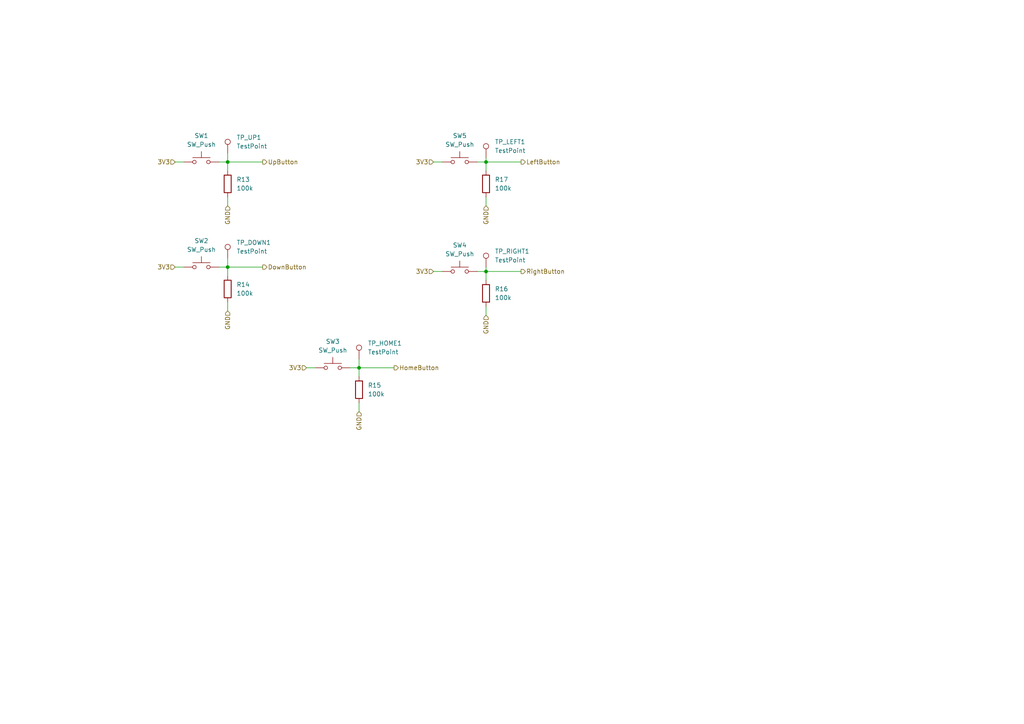
<source format=kicad_sch>
(kicad_sch (version 20250114) (generator "eeschema") (generator_version "9.0")
  (paper "A4")
  (lib_symbols
    (symbol "Connector:TestPoint" (pin_numbers (hide yes)) (pin_names (offset 0.762) (hide yes))
      (property "Reference" "TP" (at 0 6.858 0))
      (property "Value" "TestPoint" (at 0 5.08 0))
      (symbol "TestPoint_0_1"
        (circle (center 0 3.302) (radius 0.762))
      )
      (symbol "TestPoint_1_1"
        (pin passive line (at 0 0 90) (length 2.54) (name "1") (number "1"))
      )
    )
    (symbol "Device:R" (pin_numbers (hide yes)) (pin_names (offset 0))
      (property "Reference" "R" (at 2.032 0 90))
      (property "Value" "R" (at 0 0 90))
      (symbol "R_0_1"
        (rectangle (start -1.016 -2.54) (end 1.016 2.54) (stroke (width 0.254)))
      )
      (symbol "R_1_1"
        (pin passive line (at 0 3.81 270) (length 1.27) (name "~") (number "1"))
        (pin passive line (at 0 -3.81 90) (length 1.27) (name "~") (number "2"))
      )
    )
    (symbol "Switch:SW_Push" (pin_numbers (hide yes)) (pin_names (offset 1.016) (hide yes))
      (property "Reference" "SW" (at 1.27 2.54 0))
      (property "Value" "SW_Push" (at 0 -1.524 0))
      (symbol "SW_Push_0_1"
        (circle (center -2.032 0) (radius 0.508))
        (polyline (pts (xy 0 1.27) (xy 0 3.048)))
        (circle (center 2.032 0) (radius 0.508))
        (polyline (pts (xy 2.54 1.27) (xy -2.54 1.27)))
        (pin passive line (at -5.08 0 0) (length 2.54) (name "1") (number "1"))
        (pin passive line (at 5.08 0 180) (length 2.54) (name "2") (number "2"))
      )
    )
  )
  (junction (at 66.04 77.47))
  (junction (at 140.97 78.74))
  (junction (at 140.97 46.99))
  (junction (at 66.04 46.99))
  (junction (at 104.14 106.68))
  (wire (pts (xy 53.34 77.47) (xy 50.8 77.47)))
  (wire (pts (xy 66.04 77.47) (xy 66.04 80.01)))
  (wire (pts (xy 66.04 57.15) (xy 66.04 59.69)))
  (wire (pts (xy 76.2 46.99) (xy 66.04 46.99)))
  (wire (pts (xy 138.43 78.74) (xy 140.97 78.74)))
  (wire (pts (xy 104.14 104.14) (xy 104.14 106.68)))
  (wire (pts (xy 140.97 77.47) (xy 140.97 78.74)))
  (wire (pts (xy 66.04 49.53) (xy 66.04 46.99)))
  (wire (pts (xy 140.97 88.9) (xy 140.97 91.44)))
  (wire (pts (xy 66.04 46.99) (xy 63.5 46.99)))
  (wire (pts (xy 140.97 78.74) (xy 140.97 81.28)))
  (wire (pts (xy 128.27 78.74) (xy 125.73 78.74)))
  (wire (pts (xy 63.5 77.47) (xy 66.04 77.47)))
  (wire (pts (xy 140.97 57.15) (xy 140.97 59.69)))
  (wire (pts (xy 138.43 46.99) (xy 140.97 46.99)))
  (wire (pts (xy 151.13 78.74) (xy 140.97 78.74)))
  (wire (pts (xy 104.14 116.84) (xy 104.14 119.38)))
  (wire (pts (xy 88.9 106.68) (xy 91.44 106.68)))
  (wire (pts (xy 101.6 106.68) (xy 104.14 106.68)))
  (wire (pts (xy 66.04 77.47) (xy 76.2 77.47)))
  (wire (pts (xy 104.14 106.68) (xy 104.14 109.22)))
  (wire (pts (xy 53.34 46.99) (xy 50.8 46.99)))
  (wire (pts (xy 104.14 106.68) (xy 114.3 106.68)))
  (wire (pts (xy 128.27 46.99) (xy 125.73 46.99)))
  (wire (pts (xy 140.97 45.72) (xy 140.97 46.99)))
  (wire (pts (xy 66.04 44.45) (xy 66.04 46.99)))
  (wire (pts (xy 66.04 74.93) (xy 66.04 77.47)))
  (wire (pts (xy 66.04 87.63) (xy 66.04 90.17)))
  (wire (pts (xy 151.13 46.99) (xy 140.97 46.99)))
  (wire (pts (xy 140.97 46.99) (xy 140.97 49.53)))
  (hierarchical_label "GND" (shape input) (at 140.97 59.69 270))
  (hierarchical_label "GND" (shape input) (at 66.04 90.17 270))
  (hierarchical_label "3V3" (shape input) (at 125.73 46.99 180))
  (hierarchical_label "DownButton" (shape output) (at 76.2 77.47 0))
  (hierarchical_label "HomeButton" (shape output) (at 114.3 106.68 0))
  (hierarchical_label "LeftButton" (shape output) (at 151.13 46.99 0))
  (hierarchical_label "3V3" (shape input) (at 50.8 46.99 180))
  (hierarchical_label "UpButton" (shape output) (at 76.2 46.99 0))
  (hierarchical_label "3V3" (shape input) (at 125.73 78.74 180))
  (hierarchical_label "3V3" (shape input) (at 50.8 77.47 180))
  (hierarchical_label "GND" (shape input) (at 104.14 119.38 270))
  (hierarchical_label "RightButton" (shape output) (at 151.13 78.74 0))
  (hierarchical_label "GND" (shape input) (at 66.04 59.69 270))
  (hierarchical_label "3V3" (shape input) (at 88.9 106.68 180))
  (hierarchical_label "GND" (shape input) (at 140.97 91.44 270))
  (symbol (lib_id "Switch:SW_Push") (at 96.52 106.68 0) (unit 1)
    (property "Reference" "SW3" (at 96.52 99.06 0))
    (property "Value" "SW_Push" (at 96.52 101.6 0))
    (property "Footprint" "Button_Switch_SMD:SW_Tactile_SPST_NO_Straight_CK_PTS636Sx25SMTRLFS" (effects (hide yes)))
    (property "Description" "Push button switch, generic, two pins" (effects (hide yes)))
  )
  (symbol (lib_id "Switch:SW_Push") (at 58.42 46.99 0) (unit 1)
    (property "Reference" "SW1" (at 58.42 39.37 0))
    (property "Value" "SW_Push" (at 58.42 41.91 0))
    (property "Footprint" "Button_Switch_SMD:SW_Tactile_SPST_NO_Straight_CK_PTS636Sx25SMTRLFS" (effects (hide yes)))
    (property "Description" "Push button switch, generic, two pins" (effects (hide yes)))
  )
  (symbol (lib_id "Device:R") (at 104.14 113.03 0) (unit 1)
    (property "Reference" "R15" (at 106.68 111.7599 0) (effects (justify left)))
    (property "Value" "100k" (at 106.68 114.2999 0) (effects (justify left)))
    (property "Footprint" "Resistor_SMD:R_1206_3216Metric" (effects (hide yes)))
    (property "Description" "Resistor" (effects (hide yes)))
  )
  (symbol (lib_id "Connector:TestPoint") (at 66.04 44.45 0) (unit 1)
    (property "Reference" "TP_UP1" (at 68.58 39.8779 0) (effects (justify left)))
    (property "Value" "TestPoint" (at 68.58 42.4179 0) (effects (justify left)))
    (property "Footprint" "TestPoint:TestPoint_Keystone_5019_Miniature" (effects (hide yes)))
    (property "Description" "test point" (effects (hide yes)))
  )
  (symbol (lib_id "Device:R") (at 140.97 85.09 0) (unit 1)
    (property "Reference" "R16" (at 143.51 83.8199 0) (effects (justify left)))
    (property "Value" "100k" (at 143.51 86.3599 0) (effects (justify left)))
    (property "Footprint" "Resistor_SMD:R_1206_3216Metric" (effects (hide yes)))
    (property "Description" "Resistor" (effects (hide yes)))
  )
  (symbol (lib_id "Switch:SW_Push") (at 133.35 78.74 0) (unit 1)
    (property "Reference" "SW4" (at 133.35 71.12 0))
    (property "Value" "SW_Push" (at 133.35 73.66 0))
    (property "Footprint" "Button_Switch_SMD:SW_Tactile_SPST_NO_Straight_CK_PTS636Sx25SMTRLFS" (effects (hide yes)))
    (property "Description" "Push button switch, generic, two pins" (effects (hide yes)))
  )
  (symbol (lib_id "Connector:TestPoint") (at 104.14 104.14 0) (unit 1)
    (property "Reference" "TP_HOME1" (at 106.68 99.5679 0) (effects (justify left)))
    (property "Value" "TestPoint" (at 106.68 102.1079 0) (effects (justify left)))
    (property "Footprint" "TestPoint:TestPoint_Keystone_5019_Miniature" (effects (hide yes)))
    (property "Description" "test point" (effects (hide yes)))
  )
  (symbol (lib_id "Connector:TestPoint") (at 66.04 74.93 0) (unit 1)
    (property "Reference" "TP_DOWN1" (at 68.58 70.3579 0) (effects (justify left)))
    (property "Value" "TestPoint" (at 68.58 72.8979 0) (effects (justify left)))
    (property "Footprint" "TestPoint:TestPoint_Keystone_5019_Miniature" (effects (hide yes)))
    (property "Description" "test point" (effects (hide yes)))
  )
  (symbol (lib_id "Connector:TestPoint") (at 140.97 77.47 0) (unit 1)
    (property "Reference" "TP_RIGHT1" (at 143.51 72.8979 0) (effects (justify left)))
    (property "Value" "TestPoint" (at 143.51 75.4379 0) (effects (justify left)))
    (property "Footprint" "TestPoint:TestPoint_Keystone_5019_Miniature" (effects (hide yes)))
    (property "Description" "test point" (effects (hide yes)))
  )
  (symbol (lib_id "Connector:TestPoint") (at 140.97 45.72 0) (unit 1)
    (property "Reference" "TP_LEFT1" (at 143.51 41.1479 0) (effects (justify left)))
    (property "Value" "TestPoint" (at 143.51 43.6879 0) (effects (justify left)))
    (property "Footprint" "TestPoint:TestPoint_Keystone_5019_Miniature" (effects (hide yes)))
    (property "Description" "test point" (effects (hide yes)))
  )
  (symbol (lib_id "Device:R") (at 66.04 83.82 0) (unit 1)
    (property "Reference" "R14" (at 68.58 82.5499 0) (effects (justify left)))
    (property "Value" "100k" (at 68.58 85.0899 0) (effects (justify left)))
    (property "Footprint" "Resistor_SMD:R_1206_3216Metric" (effects (hide yes)))
    (property "Description" "Resistor" (effects (hide yes)))
  )
  (symbol (lib_id "Device:R") (at 66.04 53.34 0) (unit 1)
    (property "Reference" "R13" (at 68.58 52.0699 0) (effects (justify left)))
    (property "Value" "100k" (at 68.58 54.6099 0) (effects (justify left)))
    (property "Footprint" "Resistor_SMD:R_1206_3216Metric" (effects (hide yes)))
    (property "Description" "Resistor" (effects (hide yes)))
  )
  (symbol (lib_id "Switch:SW_Push") (at 58.42 77.47 0) (unit 1)
    (property "Reference" "SW2" (at 58.42 69.85 0))
    (property "Value" "SW_Push" (at 58.42 72.39 0))
    (property "Footprint" "Button_Switch_SMD:SW_Tactile_SPST_NO_Straight_CK_PTS636Sx25SMTRLFS" (effects (hide yes)))
    (property "Description" "Push button switch, generic, two pins" (effects (hide yes)))
  )
  (symbol (lib_id "Switch:SW_Push") (at 133.35 46.99 0) (mirror y) (unit 1)
    (property "Reference" "SW5" (at 133.35 39.37 0))
    (property "Value" "SW_Push" (at 133.35 41.91 0))
    (property "Footprint" "Button_Switch_SMD:SW_Tactile_SPST_NO_Straight_CK_PTS636Sx25SMTRLFS" (effects (hide yes)))
    (property "Description" "Push button switch, generic, two pins" (effects (hide yes)))
  )
  (symbol (lib_id "Device:R") (at 140.97 53.34 0) (unit 1)
    (property "Reference" "R17" (at 143.51 52.0699 0) (effects (justify left)))
    (property "Value" "100k" (at 143.51 54.6099 0) (effects (justify left)))
    (property "Footprint" "Resistor_SMD:R_1206_3216Metric" (effects (hide yes)))
    (property "Description" "Resistor" (effects (hide yes)))
  )
)
</source>
